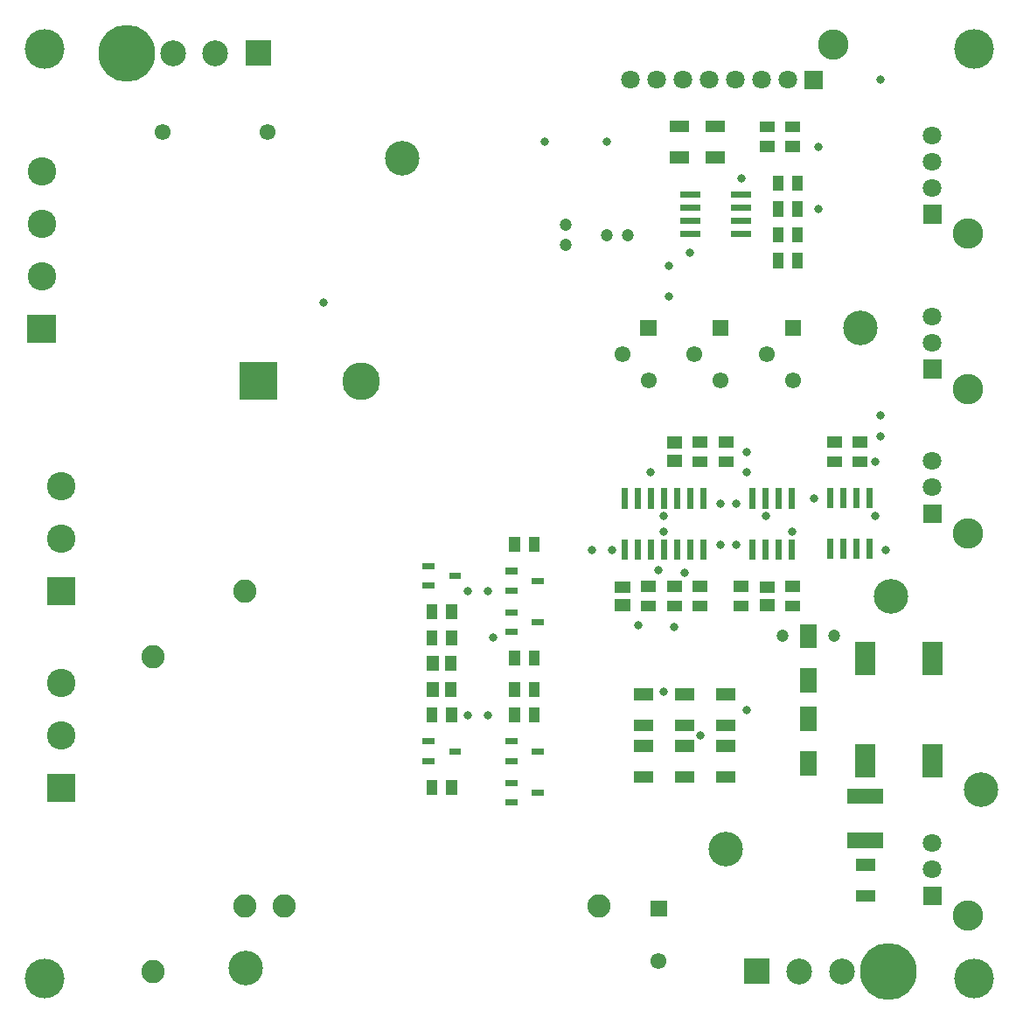
<source format=gbr>
G04 start of page 7 for group -4063 idx -4063 *
G04 Title: EW10A - linear power supply, componentmask *
G04 Creator: pcb 1.99z *
G04 CreationDate: Mon 08 Sep 2014 07:20:40 PM GMT UTC *
G04 For: eelco *
G04 Format: Gerber/RS-274X *
G04 PCB-Dimensions (mil): 5511.81 5511.81 *
G04 PCB-Coordinate-Origin: lower left *
%MOIN*%
%FSLAX25Y25*%
%LNTOPMASK*%
%ADD99R,0.0453X0.0453*%
%ADD98R,0.0413X0.0413*%
%ADD97R,0.0236X0.0236*%
%ADD96R,0.0748X0.0748*%
%ADD95R,0.0610X0.0610*%
%ADD94R,0.0571X0.0571*%
%ADD93C,0.0472*%
%ADD92C,0.0315*%
%ADD91C,0.0886*%
%ADD90C,0.1160*%
%ADD89C,0.0710*%
%ADD88C,0.1083*%
%ADD87C,0.1437*%
%ADD86C,0.2165*%
%ADD85C,0.0001*%
%ADD84C,0.1319*%
%ADD83C,0.0984*%
%ADD82C,0.0610*%
%ADD81C,0.1516*%
G54D81*X98425Y452756D03*
G54D82*X143701Y421181D03*
G54D83*X147402Y451181D03*
G54D84*X235000Y411181D03*
G54D82*X183701Y421181D03*
G54D85*G36*
X175079Y456102D02*Y446260D01*
X184921D01*
Y456102D01*
X175079D01*
G37*
G54D83*X163701Y451181D03*
G54D86*X129882D03*
G54D85*G36*
X172815Y333366D02*Y318996D01*
X187185D01*
Y333366D01*
X172815D01*
G37*
G54D87*X219370Y326181D03*
G54D85*G36*
X92008Y351516D02*Y340689D01*
X102835D01*
Y351516D01*
X92008D01*
G37*
G54D88*X97421Y366102D03*
Y386102D03*
Y406102D03*
G54D81*X452756Y452756D03*
G54D89*X437008Y419764D03*
Y350709D03*
G54D84*X409449Y346457D03*
G54D85*G36*
X325689Y349508D02*Y343406D01*
X331791D01*
Y349508D01*
X325689D01*
G37*
G36*
X380807D02*Y343406D01*
X386909D01*
Y349508D01*
X380807D01*
G37*
G36*
X353248D02*Y343406D01*
X359350D01*
Y349508D01*
X353248D01*
G37*
G36*
X433458Y393314D02*Y386214D01*
X440558D01*
Y393314D01*
X433458D01*
G37*
G54D89*X437008Y399764D03*
Y409764D03*
G54D90*X450508Y382264D03*
G54D85*G36*
X388182Y444495D02*Y437395D01*
X395282D01*
Y444495D01*
X388182D01*
G37*
G54D89*X381732Y440945D03*
X371732D03*
X361732D03*
X351732D03*
G54D90*X399232Y454445D03*
G54D89*X341732Y440945D03*
X331732D03*
X321732D03*
G54D81*X452756Y98425D03*
G54D85*G36*
X433458Y133471D02*Y126371D01*
X440558D01*
Y133471D01*
X433458D01*
G37*
G54D89*X437008Y139921D03*
Y149921D03*
G54D90*X450508Y122421D03*
G54D84*X455709Y170276D03*
G54D85*G36*
X365079Y106102D02*Y96260D01*
X374921D01*
Y106102D01*
X365079D01*
G37*
G54D91*X310000Y126181D03*
G54D85*G36*
X329626Y128067D02*Y121965D01*
X335728D01*
Y128067D01*
X329626D01*
G37*
G54D82*X332677Y105016D03*
G54D83*X386299Y101181D03*
X402598D03*
G54D86*X420118D03*
G54D84*X358268Y147638D03*
G54D85*G36*
X433458Y334259D02*Y327159D01*
X440558D01*
Y334259D01*
X433458D01*
G37*
G54D90*X450508Y323209D03*
G54D89*X437008Y340709D03*
G54D85*G36*
X433458Y279141D02*Y272041D01*
X440558D01*
Y279141D01*
X433458D01*
G37*
G54D89*X437008Y285591D03*
Y295591D03*
G54D90*X450508Y268091D03*
G54D84*X421260Y244094D03*
G54D82*X318740Y336457D03*
X328740Y326457D03*
X373858Y336457D03*
X383858Y326457D03*
X346299Y336457D03*
X356299Y326457D03*
G54D81*X98425Y98425D03*
G54D84*X175197Y102362D03*
G54D91*X140000Y101181D03*
X190000Y126181D03*
X175000D03*
X140000Y221181D03*
G54D85*G36*
X99508Y176516D02*Y165689D01*
X110335D01*
Y176516D01*
X99508D01*
G37*
G54D88*X104921Y191102D03*
Y211102D03*
G54D85*G36*
X99508Y251516D02*Y240689D01*
X110335D01*
Y251516D01*
X99508D01*
G37*
G54D88*X104921Y266102D03*
Y286102D03*
G54D91*X175000Y246181D03*
G54D92*X417323Y305118D03*
Y440945D03*
Y312992D03*
X364075Y403445D03*
X312992Y417323D03*
X393701Y391732D03*
Y415354D03*
X344587Y374902D03*
X336614Y358268D03*
Y370079D03*
X289370Y417323D03*
G54D93*X297244Y385827D03*
X312992Y381890D03*
X320866D03*
X297244Y377953D03*
G54D92*X356299Y279528D03*
X362205D03*
X366142Y291339D03*
Y299213D03*
X391732Y281555D03*
X332677Y253937D03*
X356299Y263780D03*
X362205D03*
X338583Y232283D03*
X324803Y233169D03*
X342520Y252953D03*
X419291Y261811D03*
X415354Y274606D03*
G54D93*X399606Y228937D03*
G54D92*X415354Y295276D03*
X383484Y268701D03*
X373484Y274606D03*
G54D93*X379921Y228937D03*
G54D92*X366142Y200787D03*
X329646Y291339D03*
X334646Y274606D03*
Y268701D03*
X307087Y261811D03*
X314961D03*
X259843Y246063D03*
X267717D03*
Y198819D03*
X259843D03*
X269685Y228346D03*
X205000Y356181D03*
X348425Y190945D03*
X334646Y207677D03*
G54D94*X407382Y167815D02*X415453D01*
G54D95*X389764Y182087D02*Y178937D01*
G54D96*X437008Y183858D02*Y178740D01*
X411417Y183858D02*Y178740D01*
G54D95*X389764Y199016D02*Y195866D01*
G54D96*X437008Y222835D02*Y217717D01*
X411417Y222835D02*Y217717D01*
G54D95*X389764Y213583D02*Y210433D01*
G54D97*X344646Y284055D02*Y278740D01*
X339646Y284055D02*Y278740D01*
X334646Y284055D02*Y278740D01*
X329646Y284055D02*Y278740D01*
X324646Y284055D02*Y278740D01*
X319646Y284055D02*Y278740D01*
Y264567D02*Y259252D01*
X324646Y264567D02*Y259252D01*
X329646Y264567D02*Y259252D01*
G54D98*X327953Y240354D02*X329528D01*
G54D99*X325394Y206693D02*X328150D01*
X325394Y194882D02*X328150D01*
X325394Y187008D02*X328150D01*
X325394Y175197D02*X328150D01*
X318307Y247539D02*X319488D01*
X318307Y240650D02*X319488D01*
G54D97*X334646Y264567D02*Y259252D01*
X339646Y264567D02*Y259252D01*
X344646Y264567D02*Y259252D01*
G54D98*X327953Y247835D02*X329528D01*
X337795D02*X339370D01*
X337795Y240354D02*X339370D01*
G54D99*X341142Y206693D02*X343898D01*
X341142Y194882D02*X343898D01*
X341142Y187008D02*X343898D01*
X341142Y175197D02*X343898D01*
G54D98*X347638Y247835D02*X349213D01*
X363386D02*X364961D01*
X347638Y240354D02*X349213D01*
X363386D02*X364961D01*
G54D97*X349646Y264567D02*Y259252D01*
X368484Y264567D02*Y259252D01*
X373484Y264567D02*Y259252D01*
X378484Y264567D02*Y259252D01*
G54D99*X373425Y240650D02*X374606D01*
X373425Y247539D02*X374606D01*
G54D97*X349646Y284055D02*Y278740D01*
X378484Y284055D02*Y278740D01*
X373484Y284055D02*Y278740D01*
X368484Y284055D02*Y278740D01*
G54D98*X357480Y302953D02*X359055D01*
X357480Y295472D02*X359055D01*
X347638Y302953D02*X349213D01*
X347638Y295472D02*X349213D01*
G54D99*X337992Y295768D02*X339173D01*
X337992Y302657D02*X339173D01*
G54D95*X389764Y230512D02*Y227362D01*
G54D97*X413169Y284213D02*Y278898D01*
X408169Y284213D02*Y278898D01*
X403169Y284213D02*Y278898D01*
X398169Y284213D02*Y278898D01*
X383484Y284055D02*Y278740D01*
X398169Y264724D02*Y259409D01*
X403169Y264724D02*Y259409D01*
X408169Y264724D02*Y259409D01*
X413169Y264724D02*Y259409D01*
G54D98*X408661Y295472D02*X410236D01*
X408661Y302953D02*X410236D01*
X398819D02*X400394D01*
X398819Y295472D02*X400394D01*
G54D97*X383484Y264567D02*Y259252D01*
G54D98*X383071Y247835D02*X384646D01*
X383071Y240354D02*X384646D01*
G54D94*X407382Y151083D02*X415453D01*
G54D99*X410039Y141732D02*X412795D01*
X410039Y129921D02*X412795D01*
X356890Y206693D02*X359646D01*
X356890Y194882D02*X359646D01*
X356890Y187008D02*X359646D01*
X356890Y175197D02*X359646D01*
G54D98*X277756Y199606D02*Y198031D01*
X285236Y199606D02*Y198031D01*
G54D97*X275394Y188780D02*X277559D01*
X285433Y185039D02*X287598D01*
X275394Y181299D02*X277559D01*
X275394Y173031D02*X277559D01*
X275394Y165551D02*X277559D01*
X285433Y169291D02*X287598D01*
G54D98*X373228Y423031D02*X374803D01*
X373228Y415551D02*X374803D01*
X383071Y423031D02*X384646D01*
X383071Y415551D02*X384646D01*
G54D99*X352953Y411417D02*X355709D01*
X352953Y423228D02*X355709D01*
X339173D02*X341929D01*
G54D98*X385630Y402362D02*Y400787D01*
X378150Y402362D02*Y400787D01*
G54D99*X339173Y411417D02*X341929D01*
G54D97*Y397264D02*X347244D01*
X341929Y392264D02*X347244D01*
X341929Y387264D02*X347244D01*
X341929Y382264D02*X347244D01*
X361417D02*X366732D01*
X361417Y387264D02*X366732D01*
X361417Y392264D02*X366732D01*
X361417Y397264D02*X366732D01*
G54D98*X378150Y392520D02*Y390945D01*
X385630Y392520D02*Y390945D01*
X378150Y382677D02*Y381102D01*
X385630Y382677D02*Y381102D01*
Y372835D02*Y371260D01*
X378150Y372835D02*Y371260D01*
X285236Y209449D02*Y207874D01*
X277756Y209449D02*Y207874D01*
X285236Y221260D02*Y219685D01*
G54D97*X285433Y234252D02*X287598D01*
G54D98*X277756Y221260D02*Y219685D01*
Y264567D02*Y262992D01*
G54D97*X275394Y253740D02*X277559D01*
G54D98*X285236Y264567D02*Y262992D01*
G54D97*X285433Y250000D02*X287598D01*
X275394Y237992D02*X277559D01*
X275394Y230512D02*X277559D01*
X275394Y246260D02*X277559D01*
G54D98*X246260Y238976D02*Y237402D01*
X253740Y238976D02*Y237402D01*
G54D97*X243898Y255709D02*X246063D01*
X243898Y248228D02*X246063D01*
X253937Y251969D02*X256102D01*
G54D98*X246260Y172047D02*Y170472D01*
G54D97*X243898Y188780D02*X246063D01*
X243898Y181299D02*X246063D01*
G54D98*X253740Y172047D02*Y170472D01*
G54D97*X253937Y185039D02*X256102D01*
G54D99*X246555Y209252D02*Y208071D01*
X253445Y209252D02*Y208071D01*
G54D98*X246260Y199606D02*Y198031D01*
X253740Y199606D02*Y198031D01*
G54D99*X246555Y219094D02*Y217913D01*
X253445Y219094D02*Y217913D01*
G54D98*X246260Y229134D02*Y227559D01*
X253740Y229134D02*Y227559D01*
M02*

</source>
